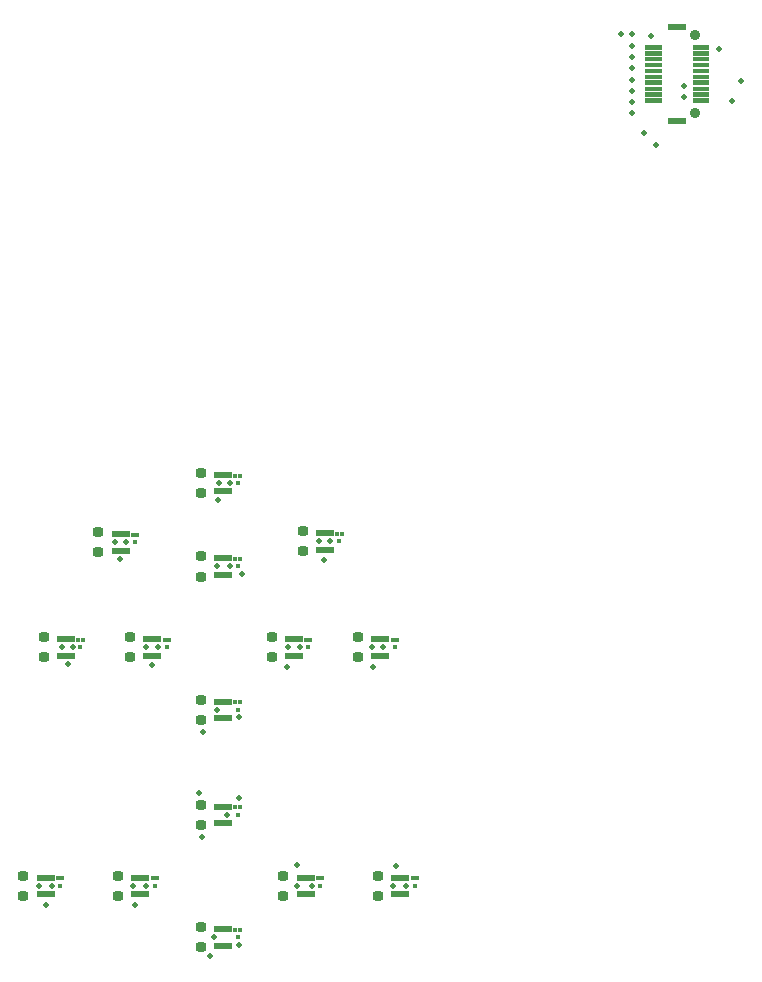
<source format=gbr>
%TF.GenerationSoftware,Altium Limited,Altium Designer,21.6.4 (81)*%
G04 Layer_Color=8388736*
%FSLAX26Y26*%
%MOIN*%
%TF.SameCoordinates,9211681A-A755-4052-9ADE-E47D4287157B*%
%TF.FilePolarity,Negative*%
%TF.FileFunction,Soldermask,Top*%
%TF.Part,Single*%
G01*
G75*
%TA.AperFunction,ComponentPad*%
%ADD29C,0.035559*%
%TA.AperFunction,ViaPad*%
%ADD30C,0.019685*%
%TA.AperFunction,SMDPad,SMDef*%
%ADD35R,0.062992X0.023622*%
%ADD36R,0.055118X0.003937*%
G04:AMPARAMS|DCode=37|XSize=23.622mil|YSize=31.496mil|CornerRadius=3.937mil|HoleSize=0mil|Usage=FLASHONLY|Rotation=180.000|XOffset=0mil|YOffset=0mil|HoleType=Round|Shape=RoundedRectangle|*
%AMROUNDEDRECTD37*
21,1,0.023622,0.023622,0,0,180.0*
21,1,0.015748,0.031496,0,0,180.0*
1,1,0.007874,-0.007874,0.011811*
1,1,0.007874,0.007874,0.011811*
1,1,0.007874,0.007874,-0.011811*
1,1,0.007874,-0.007874,-0.011811*
%
%ADD37ROUNDEDRECTD37*%
%ADD39R,0.017716X0.004724*%
%TA.AperFunction,NonConductor*%
%ADD40R,0.035433X0.031496*%
%ADD41R,0.017716X0.011811*%
%ADD42R,0.059055X0.019685*%
%TA.AperFunction,SMDPad,SMDef*%
%ADD43R,0.057087X0.007874*%
%TA.AperFunction,SMDPad,CuDef*%
%ADD44R,0.011811X0.015748*%
G36*
X1478622Y2952532D02*
X1423110D01*
Y2967284D01*
X1478622D01*
Y2952532D01*
D02*
G37*
G36*
Y2972283D02*
X1423110D01*
Y2987035D01*
X1478622D01*
Y2972283D01*
D02*
G37*
G36*
Y3011981D02*
X1423110D01*
Y3026733D01*
X1478622D01*
Y3011981D01*
D02*
G37*
G36*
Y2991825D02*
X1423110D01*
Y3006576D01*
X1478622D01*
Y2991825D01*
D02*
G37*
G36*
Y3031273D02*
X1423110D01*
Y3046024D01*
X1478622D01*
Y3031273D01*
D02*
G37*
G36*
Y3070827D02*
X1423110D01*
Y3085173D01*
X1478622D01*
Y3070827D01*
D02*
G37*
G36*
Y3051089D02*
X1423110D01*
Y3065840D01*
X1478622D01*
Y3051089D01*
D02*
G37*
G36*
Y3090107D02*
X1423110D01*
Y3104858D01*
X1478622D01*
Y3090107D01*
D02*
G37*
G36*
Y3129831D02*
X1423110D01*
Y3144622D01*
X1478622D01*
Y3129831D01*
D02*
G37*
G36*
Y3109777D02*
X1423110D01*
Y3124544D01*
X1478622D01*
Y3109777D01*
D02*
G37*
G36*
X1636102Y2972283D02*
X1580591D01*
Y2987035D01*
X1636102D01*
Y2972283D01*
D02*
G37*
G36*
Y2952532D02*
X1580591D01*
Y2967284D01*
X1636102D01*
Y2952532D01*
D02*
G37*
G36*
Y2991825D02*
X1580591D01*
Y3006576D01*
X1636102D01*
Y2991825D01*
D02*
G37*
G36*
Y3011981D02*
X1580591D01*
Y3026733D01*
X1636102D01*
Y3011981D01*
D02*
G37*
G36*
Y3031273D02*
X1580591D01*
Y3046024D01*
X1636102D01*
Y3031273D01*
D02*
G37*
G36*
Y3070827D02*
X1580591D01*
Y3085173D01*
X1636102D01*
Y3070827D01*
D02*
G37*
G36*
Y3051089D02*
X1580591D01*
Y3065840D01*
X1636102D01*
Y3051089D01*
D02*
G37*
G36*
Y3090107D02*
X1580591D01*
Y3104858D01*
X1636102D01*
Y3090107D01*
D02*
G37*
G36*
Y3109777D02*
X1580591D01*
Y3124544D01*
X1636102D01*
Y3109777D01*
D02*
G37*
G36*
Y3129831D02*
X1580591D01*
Y3144622D01*
X1636102D01*
Y3129831D01*
D02*
G37*
D29*
X1588593Y2918661D02*
D03*
Y3178504D02*
D03*
D30*
X-59055Y957874D02*
D03*
X-5906Y928346D02*
D03*
X1458543Y2812362D02*
D03*
X1419173Y2851732D02*
D03*
X1379803Y2916693D02*
D03*
Y2954095D02*
D03*
X1713012Y2959803D02*
D03*
X1553032Y2971811D02*
D03*
X1379803Y2991496D02*
D03*
X1553032Y3007244D02*
D03*
X1743012Y3025213D02*
D03*
X1379803Y3028898D02*
D03*
Y3068268D02*
D03*
Y3105669D02*
D03*
X1667992Y3132697D02*
D03*
X1379803Y3143071D02*
D03*
X1440827Y3176535D02*
D03*
X1379803Y3180472D02*
D03*
X1342402D02*
D03*
X-62992Y650787D02*
D03*
X-52877Y505118D02*
D03*
X-49930Y855540D02*
D03*
X-276575Y277362D02*
D03*
X-575984D02*
D03*
X-501969Y1081890D02*
D03*
X-222441Y1079527D02*
D03*
X-27559Y109449D02*
D03*
X-326772Y1432283D02*
D03*
X78885Y1381314D02*
D03*
X-1968Y1627165D02*
D03*
X230370Y1071083D02*
D03*
X262598Y412736D02*
D03*
X514961Y1073282D02*
D03*
X590551Y409114D02*
D03*
X353543Y1429527D02*
D03*
X-15564Y170472D02*
D03*
X67520Y144095D02*
D03*
X29711Y577953D02*
D03*
X261592Y341732D02*
D03*
X-285433D02*
D03*
X-5650Y1406693D02*
D03*
X-522441Y1137008D02*
D03*
X-484252D02*
D03*
X-240157D02*
D03*
X-200787D02*
D03*
X70380Y634916D02*
D03*
X335827Y1490551D02*
D03*
X39370Y1406693D02*
D03*
X625984Y341732D02*
D03*
X583661Y341732D02*
D03*
X312992Y341732D02*
D03*
X-240157D02*
D03*
X-334646Y371260D02*
D03*
X-555817Y341732D02*
D03*
X-596457D02*
D03*
X-649606Y371260D02*
D03*
X68110Y904724D02*
D03*
X271654Y1137008D02*
D03*
X232284D02*
D03*
X513779Y1137008D02*
D03*
X549213Y1137008D02*
D03*
X371260Y1490551D02*
D03*
X-309055Y1487402D02*
D03*
X-344488Y1487401D02*
D03*
X1968Y1684252D02*
D03*
X37402D02*
D03*
D35*
X1529538Y3206063D02*
D03*
Y2891102D02*
D03*
D36*
X1608278Y3137165D02*
D03*
Y3117480D02*
D03*
Y3097795D02*
D03*
Y3078110D02*
D03*
Y3058425D02*
D03*
Y3038740D02*
D03*
Y3019055D02*
D03*
Y2999370D02*
D03*
Y2979685D02*
D03*
Y2960000D02*
D03*
X1450798Y3117480D02*
D03*
Y3097795D02*
D03*
Y3078110D02*
D03*
Y3058425D02*
D03*
Y3038740D02*
D03*
Y3019055D02*
D03*
Y2999370D02*
D03*
Y2979685D02*
D03*
Y2960000D02*
D03*
Y3137165D02*
D03*
D37*
X-399606Y1520866D02*
D03*
Y1453937D02*
D03*
X280709Y1524016D02*
D03*
Y1457086D02*
D03*
X-649606Y308268D02*
D03*
Y375197D02*
D03*
X-334646Y308268D02*
D03*
Y375197D02*
D03*
X-59055Y894882D02*
D03*
Y961811D02*
D03*
Y137008D02*
D03*
Y203937D02*
D03*
X-582677Y1103543D02*
D03*
Y1170472D02*
D03*
X-295276Y1103543D02*
D03*
Y1170472D02*
D03*
X-59055Y1373228D02*
D03*
Y1440157D02*
D03*
X464567Y1103543D02*
D03*
Y1170472D02*
D03*
X177165Y1103543D02*
D03*
Y1170472D02*
D03*
X-59055Y1650787D02*
D03*
Y1717716D02*
D03*
X531496Y308268D02*
D03*
Y375197D02*
D03*
X216536Y308267D02*
D03*
Y375197D02*
D03*
X-59055Y544488D02*
D03*
Y611417D02*
D03*
D39*
X-276575Y1487402D02*
D03*
X403740Y1490551D02*
D03*
X-526575Y341733D02*
D03*
X-211614D02*
D03*
X63977Y928346D02*
D03*
Y170473D02*
D03*
X-459646Y1137008D02*
D03*
X-172244D02*
D03*
X63977Y1406693D02*
D03*
X587598Y1137008D02*
D03*
X300197D02*
D03*
X63977Y1684252D02*
D03*
X654528Y341733D02*
D03*
X339567Y341732D02*
D03*
X63977Y577953D02*
D03*
D40*
X-399606Y1520866D02*
D03*
Y1453937D02*
D03*
X280709Y1524016D02*
D03*
Y1457086D02*
D03*
X-649606Y308268D02*
D03*
Y375197D02*
D03*
X-334646Y308268D02*
D03*
Y375197D02*
D03*
X-59055Y894882D02*
D03*
Y961811D02*
D03*
Y137008D02*
D03*
Y203937D02*
D03*
X-582677Y1103543D02*
D03*
Y1170472D02*
D03*
X-295276Y1103543D02*
D03*
Y1170472D02*
D03*
X-59055Y1373228D02*
D03*
Y1440157D02*
D03*
X464567Y1103543D02*
D03*
Y1170472D02*
D03*
X177165Y1103543D02*
D03*
Y1170472D02*
D03*
X-59055Y1650787D02*
D03*
Y1717716D02*
D03*
X531496Y308268D02*
D03*
Y375197D02*
D03*
X216535Y308267D02*
D03*
Y375197D02*
D03*
X-59055Y544488D02*
D03*
Y611417D02*
D03*
D41*
X-276575Y1487401D02*
D03*
X403740Y1490551D02*
D03*
X-526575Y341732D02*
D03*
X-211614D02*
D03*
X63976Y928346D02*
D03*
Y170472D02*
D03*
X-459646Y1137008D02*
D03*
X-172244D02*
D03*
X63976Y1406693D02*
D03*
X587598Y1137008D02*
D03*
X300197D02*
D03*
X63976Y1684252D02*
D03*
X654528Y341732D02*
D03*
X339567Y341732D02*
D03*
X63976Y577953D02*
D03*
D42*
X-324803Y1459842D02*
D03*
Y1514960D02*
D03*
X355512Y1462992D02*
D03*
Y1518110D02*
D03*
X-574803Y369291D02*
D03*
Y314173D02*
D03*
X-259843Y369291D02*
D03*
Y314173D02*
D03*
X15748Y955905D02*
D03*
Y900787D02*
D03*
Y198031D02*
D03*
Y142913D02*
D03*
X-507874Y1164567D02*
D03*
Y1109449D02*
D03*
X-220472Y1164567D02*
D03*
Y1109449D02*
D03*
X15748Y1434252D02*
D03*
Y1379133D02*
D03*
X539370Y1164567D02*
D03*
Y1109449D02*
D03*
X251969Y1164567D02*
D03*
Y1109449D02*
D03*
X15748Y1711811D02*
D03*
Y1656693D02*
D03*
X606299Y369291D02*
D03*
Y314173D02*
D03*
X291339Y369291D02*
D03*
Y314173D02*
D03*
X15748Y605512D02*
D03*
Y550394D02*
D03*
D43*
X-325591Y1514961D02*
D03*
X-325197Y1459843D02*
D03*
X354725Y1518110D02*
D03*
X355118Y1462992D02*
D03*
X-575197Y314173D02*
D03*
X-575591Y369291D02*
D03*
X-260236Y314173D02*
D03*
X-260630Y369291D02*
D03*
X15354Y900787D02*
D03*
X14961Y955905D02*
D03*
X15354Y142913D02*
D03*
X14961Y198032D02*
D03*
X-508268Y1109449D02*
D03*
X-508661Y1164567D02*
D03*
X-220866Y1109449D02*
D03*
X-221260Y1164567D02*
D03*
X15354Y1379134D02*
D03*
X14961Y1434252D02*
D03*
X538976Y1109449D02*
D03*
X538583Y1164567D02*
D03*
X251575Y1109449D02*
D03*
X251181Y1164567D02*
D03*
X15354Y1656693D02*
D03*
X14961Y1711811D02*
D03*
X605906Y314173D02*
D03*
X605512Y369291D02*
D03*
X290945Y314173D02*
D03*
X290551Y369291D02*
D03*
X15354Y550394D02*
D03*
X14961Y605512D02*
D03*
D44*
X-283464Y1512992D02*
D03*
X-269685D02*
D03*
X396851Y1516142D02*
D03*
X410630D02*
D03*
X-519685Y367323D02*
D03*
X-533465D02*
D03*
X-204724D02*
D03*
X-218504D02*
D03*
X70866Y953937D02*
D03*
X57087D02*
D03*
X70866Y196063D02*
D03*
X57087D02*
D03*
X-452756Y1162599D02*
D03*
X-466535D02*
D03*
X-165354D02*
D03*
X-179134D02*
D03*
X70866Y1432284D02*
D03*
X57087D02*
D03*
X594488Y1162599D02*
D03*
X580709D02*
D03*
X307087D02*
D03*
X293307D02*
D03*
X70866Y1709843D02*
D03*
X57087D02*
D03*
X661417Y367323D02*
D03*
X647638D02*
D03*
X346457Y367323D02*
D03*
X332677D02*
D03*
X70866Y603544D02*
D03*
X57087D02*
D03*
%TF.MD5,a38292944d0a486aa603139946207db0*%
M02*

</source>
